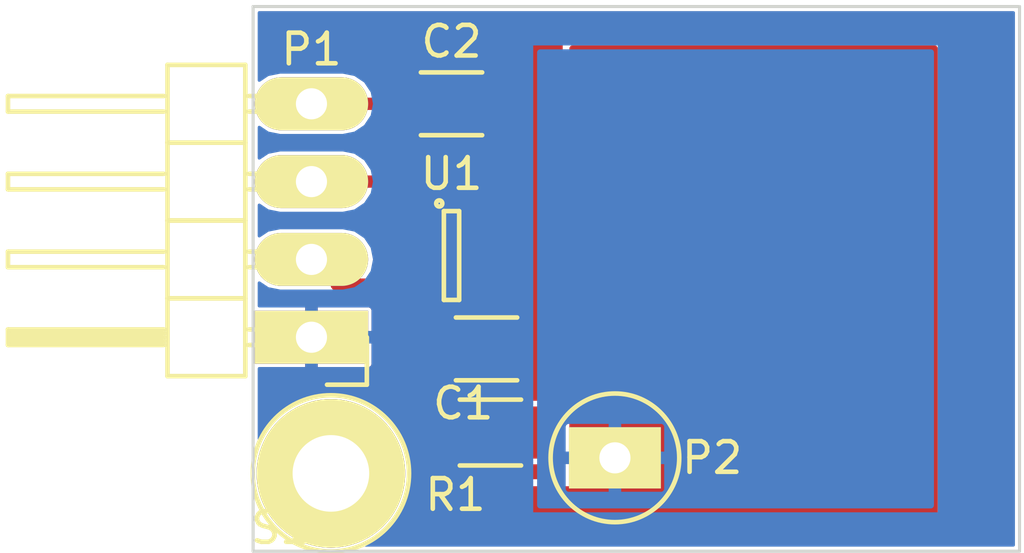
<source format=kicad_pcb>
(kicad_pcb (version 4) (host pcbnew 4.0.2+dfsg1-stable)

  (general
    (links 11)
    (no_connects 0)
    (area 20.192999 19.91 53.742822 38.305001)
    (thickness 0.8)
    (drawings 4)
    (tracks 16)
    (zones 0)
    (modules 7)
    (nets 7)
  )

  (page A4)
  (title_block
    (title "Capasitive sensor for fpga")
    (date 2017-01-21)
    (rev 0,1)
    (company Holotronic)
  )

  (layers
    (0 F.Cu signal)
    (31 B.Cu signal hide)
    (32 B.Adhes user)
    (33 F.Adhes user)
    (34 B.Paste user)
    (35 F.Paste user)
    (36 B.SilkS user)
    (37 F.SilkS user)
    (38 B.Mask user)
    (39 F.Mask user)
    (40 Dwgs.User user)
    (41 Cmts.User user)
    (42 Eco1.User user)
    (43 Eco2.User user)
    (44 Edge.Cuts user)
    (45 Margin user)
    (46 B.CrtYd user)
    (47 F.CrtYd user)
    (48 B.Fab user)
    (49 F.Fab user)
  )

  (setup
    (last_trace_width 0.35)
    (trace_clearance 0.12)
    (zone_clearance 0.18)
    (zone_45_only no)
    (trace_min 0.35)
    (segment_width 0.2)
    (edge_width 0.1)
    (via_size 0.6)
    (via_drill 0.4)
    (via_min_size 0.4)
    (via_min_drill 0.3)
    (uvia_size 0.3)
    (uvia_drill 0.1)
    (uvias_allowed no)
    (uvia_min_size 0.2)
    (uvia_min_drill 0.1)
    (pcb_text_width 0.3)
    (pcb_text_size 1.5 1.5)
    (mod_edge_width 0.15)
    (mod_text_size 1 1)
    (mod_text_width 0.15)
    (pad_size 4.85 4.85)
    (pad_drill 2.5)
    (pad_to_mask_clearance 0)
    (aux_axis_origin 28.575 38.1)
    (grid_origin 28.575 38.1)
    (visible_elements FFFFFFFF)
    (pcbplotparams
      (layerselection 0x01000_80000001)
      (usegerberextensions false)
      (excludeedgelayer true)
      (linewidth 0.100000)
      (plotframeref false)
      (viasonmask false)
      (mode 1)
      (useauxorigin true)
      (hpglpennumber 1)
      (hpglpenspeed 20)
      (hpglpendiameter 15)
      (hpglpenoverlay 2)
      (psnegative false)
      (psa4output false)
      (plotreference false)
      (plotvalue false)
      (plotinvisibletext false)
      (padsonsilk false)
      (subtractmaskfromsilk false)
      (outputformat 1)
      (mirror false)
      (drillshape 0)
      (scaleselection 1)
      (outputdirectory gerbers4/))
  )

  (net 0 "")
  (net 1 "Net-(C1-Pad1)")
  (net 2 GND)
  (net 3 VCC)
  (net 4 "Net-(P1-Pad2)")
  (net 5 "Net-(P1-Pad3)")
  (net 6 "Net-(R1-Pad2)")

  (net_class Default "This is the default net class."
    (clearance 0.12)
    (trace_width 0.35)
    (via_dia 0.6)
    (via_drill 0.4)
    (uvia_dia 0.3)
    (uvia_drill 0.1)
    (add_net GND)
    (add_net "Net-(C1-Pad1)")
    (add_net "Net-(P1-Pad2)")
    (add_net "Net-(P1-Pad3)")
    (add_net "Net-(R1-Pad2)")
    (add_net VCC)
  )

  (module Capacitors_SMD:C_1206 (layer F.Cu) (tedit 58848921) (tstamp 587DB0B4)
    (at 36.195 31.496)
    (descr "Capacitor SMD 1206, reflow soldering, AVX (see smccp.pdf)")
    (tags "capacitor 1206")
    (path /587DABD1)
    (attr smd)
    (fp_text reference C1 (at -0.762 1.778) (layer F.SilkS)
      (effects (font (size 1 1) (thickness 0.15)))
    )
    (fp_text value 10p (at -3.175 1.778) (layer F.Fab)
      (effects (font (size 1 1) (thickness 0.15)))
    )
    (fp_line (start -2.3 -1.15) (end 2.3 -1.15) (layer F.CrtYd) (width 0.05))
    (fp_line (start -2.3 1.15) (end 2.3 1.15) (layer F.CrtYd) (width 0.05))
    (fp_line (start -2.3 -1.15) (end -2.3 1.15) (layer F.CrtYd) (width 0.05))
    (fp_line (start 2.3 -1.15) (end 2.3 1.15) (layer F.CrtYd) (width 0.05))
    (fp_line (start 1 -1.025) (end -1 -1.025) (layer F.SilkS) (width 0.15))
    (fp_line (start -1 1.025) (end 1 1.025) (layer F.SilkS) (width 0.15))
    (pad 1 smd rect (at -1.5 0) (size 1 1.6) (layers F.Cu F.Paste F.Mask)
      (net 1 "Net-(C1-Pad1)"))
    (pad 2 smd rect (at 1.5 0) (size 1 1.6) (layers F.Cu F.Paste F.Mask)
      (net 2 GND))
    (model Capacitors_SMD.3dshapes/C_1206.wrl
      (at (xyz 0 0 0))
      (scale (xyz 1 1 1))
      (rotate (xyz 0 0 0))
    )
  )

  (module Capacitors_SMD:C_1206 (layer F.Cu) (tedit 58848908) (tstamp 587DB0BA)
    (at 35.052 23.495)
    (descr "Capacitor SMD 1206, reflow soldering, AVX (see smccp.pdf)")
    (tags "capacitor 1206")
    (path /587D87A0)
    (attr smd)
    (fp_text reference C2 (at 0 -2.032) (layer F.SilkS)
      (effects (font (size 1 1) (thickness 0.15)))
    )
    (fp_text value 0.1u (at 2.794 -2.032) (layer F.Fab)
      (effects (font (size 1 1) (thickness 0.15)))
    )
    (fp_line (start -2.3 -1.15) (end 2.3 -1.15) (layer F.CrtYd) (width 0.05))
    (fp_line (start -2.3 1.15) (end 2.3 1.15) (layer F.CrtYd) (width 0.05))
    (fp_line (start -2.3 -1.15) (end -2.3 1.15) (layer F.CrtYd) (width 0.05))
    (fp_line (start 2.3 -1.15) (end 2.3 1.15) (layer F.CrtYd) (width 0.05))
    (fp_line (start 1 -1.025) (end -1 -1.025) (layer F.SilkS) (width 0.15))
    (fp_line (start -1 1.025) (end 1 1.025) (layer F.SilkS) (width 0.15))
    (pad 1 smd rect (at -1.5 0) (size 1 1.6) (layers F.Cu F.Paste F.Mask)
      (net 3 VCC))
    (pad 2 smd rect (at 1.5 0) (size 1 1.6) (layers F.Cu F.Paste F.Mask)
      (net 2 GND))
    (model Capacitors_SMD.3dshapes/C_1206.wrl
      (at (xyz 0 0 0))
      (scale (xyz 1 1 1))
      (rotate (xyz 0 0 0))
    )
  )

  (module Resistors_SMD:R_1206 (layer F.Cu) (tedit 58848944) (tstamp 587DB0CD)
    (at 36.322 34.2265)
    (descr "Resistor SMD 1206, reflow soldering, Vishay (see dcrcw.pdf)")
    (tags "resistor 1206")
    (path /587DAB17)
    (attr smd)
    (fp_text reference R1 (at -1.143 2.032) (layer F.SilkS)
      (effects (font (size 1 1) (thickness 0.15)))
    )
    (fp_text value 2k (at 1.016 2.032) (layer F.Fab)
      (effects (font (size 1 1) (thickness 0.15)))
    )
    (fp_line (start -2.2 -1.2) (end 2.2 -1.2) (layer F.CrtYd) (width 0.05))
    (fp_line (start -2.2 1.2) (end 2.2 1.2) (layer F.CrtYd) (width 0.05))
    (fp_line (start -2.2 -1.2) (end -2.2 1.2) (layer F.CrtYd) (width 0.05))
    (fp_line (start 2.2 -1.2) (end 2.2 1.2) (layer F.CrtYd) (width 0.05))
    (fp_line (start 1 1.075) (end -1 1.075) (layer F.SilkS) (width 0.15))
    (fp_line (start -1 -1.075) (end 1 -1.075) (layer F.SilkS) (width 0.15))
    (pad 1 smd rect (at -1.45 0) (size 0.9 1.7) (layers F.Cu F.Paste F.Mask)
      (net 1 "Net-(C1-Pad1)"))
    (pad 2 smd rect (at 1.45 0) (size 0.9 1.7) (layers F.Cu F.Paste F.Mask)
      (net 6 "Net-(R1-Pad2)"))
    (model Resistors_SMD.3dshapes/R_1206.wrl
      (at (xyz 0 0 0))
      (scale (xyz 1 1 1))
      (rotate (xyz 0 0 0))
    )
  )

  (module TO_SOT_Packages_SMD:SOT-23-6 (layer F.Cu) (tedit 58836FBC) (tstamp 587DB167)
    (at 35.052 28.448)
    (descr "6-pin SOT-23 package")
    (tags SOT-23-6)
    (path /587D8557)
    (attr smd)
    (fp_text reference U1 (at 0 -2.667) (layer F.SilkS)
      (effects (font (size 1 1) (thickness 0.15)))
    )
    (fp_text value 74LVC2G17 (at 1.524 -1.524 180) (layer F.Fab)
      (effects (font (size 1 1) (thickness 0.15)))
    )
    (fp_circle (center -0.4 -1.7) (end -0.3 -1.7) (layer F.SilkS) (width 0.15))
    (fp_line (start 0.25 -1.45) (end -0.25 -1.45) (layer F.SilkS) (width 0.15))
    (fp_line (start 0.25 1.45) (end 0.25 -1.45) (layer F.SilkS) (width 0.15))
    (fp_line (start -0.25 1.45) (end 0.25 1.45) (layer F.SilkS) (width 0.15))
    (fp_line (start -0.25 -1.45) (end -0.25 1.45) (layer F.SilkS) (width 0.15))
    (pad 1 smd rect (at -1.1 -0.95) (size 1.06 0.65) (layers F.Cu F.Paste F.Mask)
      (net 1 "Net-(C1-Pad1)"))
    (pad 2 smd rect (at -1.1 0) (size 1.06 0.65) (layers F.Cu F.Paste F.Mask)
      (net 2 GND))
    (pad 3 smd rect (at -1.1 0.95) (size 1.06 0.65) (layers F.Cu F.Paste F.Mask)
      (net 4 "Net-(P1-Pad2)"))
    (pad 4 smd rect (at 1.1 0.95) (size 1.06 0.65) (layers F.Cu F.Paste F.Mask)
      (net 6 "Net-(R1-Pad2)"))
    (pad 6 smd rect (at 1.1 -0.95) (size 1.06 0.65) (layers F.Cu F.Paste F.Mask)
      (net 5 "Net-(P1-Pad3)"))
    (pad 5 smd rect (at 1.1 0) (size 1.06 0.65) (layers F.Cu F.Paste F.Mask)
      (net 3 VCC))
    (model TO_SOT_Packages_SMD.3dshapes/SOT-23-6.wrl
      (at (xyz 0 0 0))
      (scale (xyz 1 1 1))
      (rotate (xyz 0 0 0))
    )
  )

  (module Fuses:1pin_pad_s (layer F.Cu) (tedit 588488F2) (tstamp 587DEA43)
    (at 40.386 35.052)
    (descr "module 1 pin (ou trou mecanique de percage)")
    (tags DEV)
    (path /587DAB5C)
    (fp_text reference P2 (at 3.175 0) (layer F.SilkS)
      (effects (font (size 1 1) (thickness 0.15)))
    )
    (fp_text value Sense_Pad (at 5.08 -2.794) (layer F.Fab)
      (effects (font (size 1 1) (thickness 0.15)))
    )
    (fp_circle (center 0 0) (end 0 -2.1) (layer F.SilkS) (width 0.15))
    (pad 1 thru_hole rect (at 0 0) (size 3 2) (drill 1.016) (layers *.Cu *.Mask F.SilkS)
      (net 1 "Net-(C1-Pad1)"))
  )

  (module touch:Pin_Header_Angled_1x04_L (layer F.Cu) (tedit 58848884) (tstamp 58844E44)
    (at 30.48 31.115 180)
    (descr "Through hole pin header")
    (tags "pin header")
    (path /587DACE7)
    (fp_text reference P1 (at 0 9.398 180) (layer F.SilkS)
      (effects (font (size 1 1) (thickness 0.15)))
    )
    (fp_text value CONN_01X04 (at 4.064 10.16 180) (layer F.Fab)
      (effects (font (size 1 1) (thickness 0.15)))
    )
    (fp_line (start -2.008 -1.75) (end -2.008 9.4) (layer F.CrtYd) (width 0.05))
    (fp_line (start 10.142 -1.75) (end 10.142 9.4) (layer F.CrtYd) (width 0.05))
    (fp_line (start -2.008 -1.75) (end 10.142 -1.75) (layer F.CrtYd) (width 0.05))
    (fp_line (start -2.008 9.4) (end 10.142 9.4) (layer F.CrtYd) (width 0.05))
    (fp_line (start -1.808 -1.55) (end -1.808 0) (layer F.SilkS) (width 0.15))
    (fp_line (start -0.508 -1.55) (end -1.808 -1.55) (layer F.SilkS) (width 0.15))
    (fp_line (start 4.826 -0.127) (end 9.779 -0.127) (layer F.SilkS) (width 0.15))
    (fp_line (start 9.779 -0.127) (end 9.779 0.127) (layer F.SilkS) (width 0.15))
    (fp_line (start 9.779 0.127) (end 4.826 0.127) (layer F.SilkS) (width 0.15))
    (fp_line (start 4.826 0) (end 9.779 0) (layer F.SilkS) (width 0.15))
    (fp_line (start 2.032 -0.254) (end 1.651 -0.254) (layer F.SilkS) (width 0.15))
    (fp_line (start 2.032 0.254) (end 1.651 0.254) (layer F.SilkS) (width 0.15))
    (fp_line (start 2.032 2.286) (end 1.651 2.286) (layer F.SilkS) (width 0.15))
    (fp_line (start 2.032 2.794) (end 1.651 2.794) (layer F.SilkS) (width 0.15))
    (fp_line (start 2.032 4.826) (end 1.651 4.826) (layer F.SilkS) (width 0.15))
    (fp_line (start 2.032 5.334) (end 1.651 5.334) (layer F.SilkS) (width 0.15))
    (fp_line (start 2.032 7.874) (end 1.651 7.874) (layer F.SilkS) (width 0.15))
    (fp_line (start 2.032 7.366) (end 1.651 7.366) (layer F.SilkS) (width 0.15))
    (fp_line (start 2.159 -1.27) (end 4.699 -1.27) (layer F.SilkS) (width 0.15))
    (fp_line (start 2.159 1.27) (end 4.699 1.27) (layer F.SilkS) (width 0.15))
    (fp_line (start 2.159 1.27) (end 2.159 3.81) (layer F.SilkS) (width 0.15))
    (fp_line (start 2.159 3.81) (end 4.699 3.81) (layer F.SilkS) (width 0.15))
    (fp_line (start 4.826 2.286) (end 9.906 2.286) (layer F.SilkS) (width 0.15))
    (fp_line (start 9.906 2.286) (end 9.906 2.794) (layer F.SilkS) (width 0.15))
    (fp_line (start 9.906 2.794) (end 4.826 2.794) (layer F.SilkS) (width 0.15))
    (fp_line (start 4.699 3.81) (end 4.699 1.27) (layer F.SilkS) (width 0.15))
    (fp_line (start 4.699 1.27) (end 4.699 -1.27) (layer F.SilkS) (width 0.15))
    (fp_line (start 9.906 0.254) (end 4.826 0.254) (layer F.SilkS) (width 0.15))
    (fp_line (start 9.906 -0.254) (end 9.906 0.254) (layer F.SilkS) (width 0.15))
    (fp_line (start 4.826 -0.254) (end 9.906 -0.254) (layer F.SilkS) (width 0.15))
    (fp_line (start 2.159 1.27) (end 4.699 1.27) (layer F.SilkS) (width 0.15))
    (fp_line (start 2.159 -1.27) (end 2.159 1.27) (layer F.SilkS) (width 0.15))
    (fp_line (start 2.159 6.35) (end 4.699 6.35) (layer F.SilkS) (width 0.15))
    (fp_line (start 2.159 6.35) (end 2.159 8.89) (layer F.SilkS) (width 0.15))
    (fp_line (start 2.159 8.89) (end 4.699 8.89) (layer F.SilkS) (width 0.15))
    (fp_line (start 4.826 7.366) (end 9.906 7.366) (layer F.SilkS) (width 0.15))
    (fp_line (start 9.906 7.366) (end 9.906 7.874) (layer F.SilkS) (width 0.15))
    (fp_line (start 9.906 7.874) (end 4.826 7.874) (layer F.SilkS) (width 0.15))
    (fp_line (start 4.699 8.89) (end 4.699 6.35) (layer F.SilkS) (width 0.15))
    (fp_line (start 4.699 6.35) (end 4.699 3.81) (layer F.SilkS) (width 0.15))
    (fp_line (start 9.906 5.334) (end 4.826 5.334) (layer F.SilkS) (width 0.15))
    (fp_line (start 9.906 4.826) (end 9.906 5.334) (layer F.SilkS) (width 0.15))
    (fp_line (start 4.826 4.826) (end 9.906 4.826) (layer F.SilkS) (width 0.15))
    (fp_line (start 2.159 6.35) (end 4.699 6.35) (layer F.SilkS) (width 0.15))
    (fp_line (start 2.159 3.81) (end 2.159 6.35) (layer F.SilkS) (width 0.15))
    (fp_line (start 2.159 3.81) (end 4.699 3.81) (layer F.SilkS) (width 0.15))
    (pad 1 thru_hole rect (at 0 0 180) (size 3.7 1.7272) (drill 1.016) (layers *.Cu *.Mask F.SilkS)
      (net 2 GND))
    (pad 2 thru_hole oval (at 0 2.54 180) (size 3.7 1.7272) (drill 1.016) (layers *.Cu *.Mask F.SilkS)
      (net 4 "Net-(P1-Pad2)"))
    (pad 3 thru_hole oval (at 0 5.08 180) (size 3.7 1.7272) (drill 1.016) (layers *.Cu *.Mask F.SilkS)
      (net 5 "Net-(P1-Pad3)"))
    (pad 4 thru_hole oval (at 0 7.62 180) (size 3.7 1.7272) (drill 1.016) (layers *.Cu *.Mask F.SilkS)
      (net 3 VCC))
    (model Pin_Headers.3dshapes/Pin_Header_Angled_1x04.wrl
      (at (xyz 0 -0.15 0))
      (scale (xyz 1 1 1))
      (rotate (xyz 0 0 90))
    )
  )

  (module touch:Screw_2.5mm (layer F.Cu) (tedit 58848965) (tstamp 58897DE0)
    (at 31.115 35.56)
    (descr "module 1 pin (ou trou mecanique de percage)")
    (tags DEV)
    (path /587DAB5C)
    (fp_text reference S1 (at -1.651 1.778) (layer F.SilkS)
      (effects (font (size 1 1) (thickness 0.15)))
    )
    (fp_text value Screw (at 0 -3.175) (layer F.Fab)
      (effects (font (size 1 1) (thickness 0.15)))
    )
    (fp_line (start 1 0) (end -1 0) (layer F.SilkS) (width 0.15))
    (fp_line (start 0 -1) (end 0 1) (layer F.SilkS) (width 0.15))
    (fp_circle (center 0 0) (end 0 -2.55) (layer F.SilkS) (width 0.15))
    (pad 1 thru_hole circle (at 0 0) (size 4.85 4.85) (drill 2.5) (layers *.Cu *.Mask F.SilkS))
  )

  (gr_line (start 53.594 20.32) (end 28.575 20.32) (angle 90) (layer Edge.Cuts) (width 0.1))
  (gr_line (start 53.594 38.1) (end 53.594 20.32) (angle 90) (layer Edge.Cuts) (width 0.1))
  (gr_line (start 28.575 38.1) (end 53.594 38.1) (angle 90) (layer Edge.Cuts) (width 0.1))
  (gr_line (start 28.575 20.32) (end 28.575 38.1) (angle 90) (layer Edge.Cuts) (width 0.1))

  (segment (start 34.872 33.8745) (end 34.695 31.496) (width 0.4) (layer F.Cu) (net 1) (tstamp 587DC15F) (status 10))
  (segment (start 33.952 27.498) (end 34.8132 27.498) (width 0.35) (layer F.Cu) (net 1))
  (segment (start 35.32378 30.206498) (end 34.695 31.496) (width 0.35) (layer F.Cu) (net 1) (tstamp 587DB815) (status 20))
  (segment (start 35.32378 27.9781) (end 35.32378 30.206498) (width 0.35) (layer F.Cu) (net 1) (tstamp 587DB808))
  (segment (start 34.8132 27.498) (end 35.32378 27.9781) (width 0.35) (layer F.Cu) (net 1) (tstamp 587DB800))
  (segment (start 36.152 28.448) (end 37.084 28.448) (width 0.4) (layer F.Cu) (net 3))
  (segment (start 37.3126 26.1126) (end 33.552 23.495) (width 0.4) (layer F.Cu) (net 3) (tstamp 587DB7AA) (status 20))
  (segment (start 37.3126 28.2194) (end 37.3126 26.1126) (width 0.4) (layer F.Cu) (net 3) (tstamp 587DB7A3))
  (segment (start 37.084 28.448) (end 37.3126 28.2194) (width 0.4) (layer F.Cu) (net 3) (tstamp 587DB796))
  (segment (start 33.552 23.495) (end 30.48 23.495) (width 0.4) (layer F.Cu) (net 3) (status 10))
  (segment (start 31.303 29.398) (end 33.952 29.398) (width 0.4) (layer F.Cu) (net 4) (tstamp 587DB768))
  (segment (start 34.689 26.035) (end 30.48 26.035) (width 0.4) (layer F.Cu) (net 5) (tstamp 587DB782))
  (segment (start 36.152 27.498) (end 34.689 26.035) (width 0.4) (layer F.Cu) (net 5))
  (segment (start 37.719 34.2265) (end 35.941 32.893) (width 0.4) (layer F.Cu) (net 6) (tstamp 58887468) (status 10))
  (segment (start 35.941 32.893) (end 35.941 29.609) (width 0.4) (layer F.Cu) (net 6) (tstamp 5888746F))
  (segment (start 35.941 29.609) (end 36.152 29.398) (width 0.4) (layer F.Cu) (net 6) (tstamp 58887477))

  (zone (net 2) (net_name GND) (layer B.Cu) (tstamp 587DD60E) (hatch edge 0.508)
    (connect_pads (clearance 0.1))
    (min_thickness 0.1)
    (fill yes (arc_segments 16) (thermal_gap 0.108) (thermal_bridge_width 0.408))
    (polygon
      (pts
        (xy 53.721 38.1) (xy 28.575 38.1) (xy 28.575 20.32) (xy 53.721 20.32) (xy 53.721 38.1)
      )
    )
    (polygon
      (pts        (xy 37.719 21.59) (xy 37.719 36.83) (xy 50.927 36.83) (xy 50.927 21.59) (xy 37.719 21.59)
      )
    )
    (filled_polygon
      (pts
        (xy 53.394 37.9) (xy 32.247148 37.9) (xy 32.583029 37.761217) (xy 33.313651 37.031869) (xy 33.709549 36.078442)
        (xy 33.710449 35.046087) (xy 33.316217 34.091971) (xy 32.586869 33.361349) (xy 31.633442 32.965451) (xy 30.601087 32.964551)
        (xy 29.646971 33.358783) (xy 28.916349 34.088131) (xy 28.775 34.428537) (xy 28.775 32.1366) (xy 30.2865 32.1366)
        (xy 30.326 32.0971) (xy 30.326 31.269) (xy 30.634 31.269) (xy 30.634 32.0971) (xy 30.6735 32.1366)
        (xy 32.361428 32.1366) (xy 32.4195 32.112546) (xy 32.463946 32.0681) (xy 32.488 32.010028) (xy 32.488 31.3085)
        (xy 32.4485 31.269) (xy 30.634 31.269) (xy 30.326 31.269) (xy 30.306 31.269) (xy 30.306 30.961)
        (xy 30.326 30.961) (xy 30.326 30.1329) (xy 30.634 30.1329) (xy 30.634 30.961) (xy 32.4485 30.961)
        (xy 32.488 30.9215) (xy 32.488 30.219972) (xy 32.463946 30.1619) (xy 32.4195 30.117454) (xy 32.361428 30.0934)
        (xy 30.6735 30.0934) (xy 30.634 30.1329) (xy 30.326 30.1329) (xy 30.2865 30.0934) (xy 28.775 30.0934)
        (xy 28.775 29.340504) (xy 29.058484 29.529922) (xy 29.454026 29.6086) (xy 31.505974 29.6086) (xy 31.901516 29.529922)
        (xy 32.23684 29.305866) (xy 32.460896 28.970542) (xy 32.539574 28.575) (xy 32.460896 28.179458) (xy 32.23684 27.844134)
        (xy 31.901516 27.620078) (xy 31.505974 27.5414) (xy 29.454026 27.5414) (xy 29.058484 27.620078) (xy 28.775 27.809496)
        (xy 28.775 26.800504) (xy 29.058484 26.989922) (xy 29.454026 27.0686) (xy 31.505974 27.0686) (xy 31.901516 26.989922)
        (xy 32.23684 26.765866) (xy 32.460896 26.430542) (xy 32.539574 26.035) (xy 32.460896 25.639458) (xy 32.23684 25.304134)
        (xy 31.901516 25.080078) (xy 31.505974 25.0014) (xy 29.454026 25.0014) (xy 29.058484 25.080078) (xy 28.775 25.269496)
        (xy 28.775 24.260504) (xy 29.058484 24.449922) (xy 29.454026 24.5286) (xy 31.505974 24.5286) (xy 31.901516 24.449922)
        (xy 32.23684 24.225866) (xy 32.460896 23.890542) (xy 32.539574 23.495) (xy 32.460896 23.099458) (xy 32.23684 22.764134)
        (xy 31.901516 22.540078) (xy 31.505974 22.4614) (xy 29.454026 22.4614) (xy 29.058484 22.540078) (xy 28.775 22.729496)
        (xy 28.775 21.59) (xy 37.669 21.59) (xy 37.669 36.83) (xy 37.672939 36.849453) (xy 37.684136 36.86584)
        (xy 37.700827 36.876581) (xy 37.719 36.88) (xy 50.927 36.88) (xy 50.946453 36.876061) (xy 50.96284 36.864864)
        (xy 50.973581 36.848173) (xy 50.977 36.83) (xy 50.977 21.59) (xy 50.973061 21.570547) (xy 50.961864 21.55416)
        (xy 50.945173 21.543419) (xy 50.927 21.54) (xy 37.719 21.54) (xy 37.699547 21.543939) (xy 37.68316 21.555136)
        (xy 37.672419 21.571827) (xy 37.669 21.59) (xy 28.775 21.59) (xy 28.775 20.52) (xy 53.394 20.52)
      )
    )
  )
  (zone (net 1) (net_name "Net-(C1-Pad1)") (layer F.Cu) (tstamp 587DDDFD) (hatch edge 0.508)
    (connect_pads yes (clearance 0.1))
    (min_thickness 0.2)
    (fill yes (arc_segments 16) (thermal_gap 0.108) (thermal_bridge_width 0.408))
    (polygon
      (pts
        (xy 50.927 36.957) (xy 34.4805 36.957) (xy 34.4805 34.036) (xy 35.2425 34.036) (xy 35.2425 35.9791)
        (xy 38.89756 35.9791) (xy 38.89756 21.59) (xy 50.927 21.59)
      )
    )
    (filled_polygon
      (pts
        (xy 50.827 36.857) (xy 34.5805 36.857) (xy 34.5805 34.136) (xy 35.1425 34.136) (xy 35.1425 35.9791)
        (xy 35.150379 36.018006) (xy 35.172773 36.050781) (xy 35.206154 36.072261) (xy 35.2425 36.0791) (xy 38.89756 36.0791)
        (xy 38.936466 36.071221) (xy 38.969241 36.048827) (xy 38.990721 36.015446) (xy 38.99756 35.9791) (xy 38.99756 21.69)
        (xy 50.827 21.69)
      )
    )
  )
  (zone (net 2) (net_name GND) (layer F.Cu) (tstamp 587DDEA0) (hatch edge 0.508)
    (connect_pads (clearance 0.18))
    (min_thickness 0.27)
    (fill yes (arc_segments 16) (thermal_gap 0.108) (thermal_bridge_width 0.408))
    (polygon
      (pts
        (xy 53.742821 37.489003) (xy 53.721 38.1) (xy 28.575 38.1) (xy 28.575 32.479855) (xy 29.337 32.468995)
        (xy 29.337 20.32) (xy 53.721 20.32) (xy 53.742821 37.489003)
      )
    )
    (polygon
      (pts        (xy 38.68166 21.336) (xy 38.68166 35.7505) (xy 35.4965 35.7505) (xy 35.4965 33.782) (xy 34.2265 33.782)
        (xy 34.2265 37.211) (xy 51.181 37.211) (xy 51.181 21.336) (xy 38.68166 21.336)
      )
    )
    (polygon
      (pts        (xy 34.58407 30.900128) (xy 37.465 30.875494) (xy 37.465 30.86961) (xy 34.58407 30.900128)
      )
    )
    (filled_polygon
      (pts
        (xy 53.229 37.735) (xy 32.814533 37.735) (xy 33.436505 37.114112) (xy 33.854524 36.107411) (xy 33.855475 35.017371)
        (xy 33.439214 34.009942) (xy 32.669112 33.238495) (xy 31.662411 32.820476) (xy 30.572371 32.819525) (xy 29.564942 33.235786)
        (xy 28.94 33.859638) (xy 28.94 32.609666) (xy 29.338924 32.603981) (xy 29.391289 32.592598) (xy 29.435101 32.561738)
        (xy 29.463454 32.516265) (xy 29.472 32.468995) (xy 29.472 32.2216) (xy 30.35025 32.2216) (xy 30.411 32.16085)
        (xy 30.411 31.184) (xy 30.549 31.184) (xy 30.549 32.16085) (xy 30.60975 32.2216) (xy 32.378336 32.2216)
        (xy 32.467649 32.184605) (xy 32.536006 32.116248) (xy 32.573 32.026935) (xy 32.573 31.24475) (xy 32.51225 31.184)
        (xy 30.549 31.184) (xy 30.411 31.184) (xy 30.391 31.184) (xy 30.391 31.046) (xy 30.411 31.046)
        (xy 30.411 30.06915) (xy 30.549 30.06915) (xy 30.549 31.046) (xy 32.51225 31.046) (xy 32.573 30.98525)
        (xy 32.573 30.203065) (xy 32.536006 30.113752) (xy 32.467649 30.045395) (xy 32.378336 30.0084) (xy 30.60975 30.0084)
        (xy 30.549 30.06915) (xy 30.411 30.06915) (xy 30.35025 30.0084) (xy 29.472 30.0084) (xy 29.472 29.7536)
        (xy 30.93312 29.7536) (xy 30.93884 29.76216) (xy 31.105918 29.873798) (xy 31.303 29.913) (xy 33.16994 29.913)
        (xy 33.191782 29.946943) (xy 33.297046 30.018867) (xy 33.422 30.044171) (xy 34.482 30.044171) (xy 34.598732 30.022206)
        (xy 34.705943 29.953218) (xy 34.777867 29.847954) (xy 34.803171 29.723) (xy 34.803171 29.073) (xy 34.781206 28.956268)
        (xy 34.713009 28.850286) (xy 34.725 28.821335) (xy 34.725 28.57775) (xy 34.66425 28.517) (xy 34.021 28.517)
        (xy 34.021 28.537) (xy 33.883 28.537) (xy 33.883 28.517) (xy 33.23975 28.517) (xy 33.179 28.57775)
        (xy 33.179 28.821335) (xy 33.191723 28.852052) (xy 33.170577 28.883) (xy 32.62615 28.883) (xy 32.687415 28.575)
        (xy 32.597699 28.123969) (xy 32.342211 27.741604) (xy 31.959846 27.486116) (xy 31.508815 27.3964) (xy 29.472 27.3964)
        (xy 29.472 27.2136) (xy 31.508815 27.2136) (xy 31.959846 27.123884) (xy 32.342211 26.868396) (xy 32.554956 26.55)
        (xy 34.47568 26.55) (xy 34.961157 27.035477) (xy 34.899719 27.02521) (xy 34.8132 27.008) (xy 34.750147 27.008)
        (xy 34.712218 26.949057) (xy 34.606954 26.877133) (xy 34.482 26.851829) (xy 33.422 26.851829) (xy 33.305268 26.873794)
        (xy 33.198057 26.942782) (xy 33.126133 27.048046) (xy 33.100829 27.173) (xy 33.100829 27.823) (xy 33.122794 27.939732)
        (xy 33.190991 28.045714) (xy 33.179 28.074665) (xy 33.179 28.31825) (xy 33.23975 28.379) (xy 33.883 28.379)
        (xy 33.883 28.359) (xy 34.021 28.359) (xy 34.021 28.379) (xy 34.66425 28.379) (xy 34.725 28.31825)
        (xy 34.725 28.087664) (xy 34.83378 28.18995) (xy 34.83378 30.093398) (xy 34.69655 30.374829) (xy 34.195 30.374829)
        (xy 34.078268 30.396794) (xy 33.971057 30.465782) (xy 33.899133 30.571046) (xy 33.873829 30.696) (xy 33.873829 32.296)
        (xy 33.895794 32.412732) (xy 33.964782 32.519943) (xy 34.070046 32.591867) (xy 34.195 32.617171) (xy 34.26201 32.617171)
        (xy 34.296663 33.082831) (xy 34.198057 33.146282) (xy 34.126133 33.251546) (xy 34.100829 33.3765) (xy 34.100829 33.732784)
        (xy 34.100733 33.732933) (xy 34.0915 33.782) (xy 34.0915 37.211) (xy 34.102136 37.263523) (xy 34.132368 37.307769)
        (xy 34.177433 37.336767) (xy 34.2265 37.346) (xy 51.181 37.346) (xy 51.233523 37.335364) (xy 51.277769 37.305132)
        (xy 51.306767 37.260067) (xy 51.316 37.211) (xy 51.316 21.336) (xy 51.305364 21.283477) (xy 51.275132 21.239231)
        (xy 51.230067 21.210233) (xy 51.181 21.201) (xy 38.68166 21.201) (xy 38.629137 21.211636) (xy 38.584891 21.241868)
        (xy 38.555893 21.286933) (xy 38.54666 21.336) (xy 38.54666 35.6155) (xy 35.6315 35.6155) (xy 35.6315 35.134133)
        (xy 35.643171 35.0765) (xy 35.643171 33.3765) (xy 35.629111 33.301778) (xy 35.632 33.305) (xy 37.000829 34.331622)
        (xy 37.000829 35.0765) (xy 37.022794 35.193232) (xy 37.091782 35.300443) (xy 37.197046 35.372367) (xy 37.322 35.397671)
        (xy 38.222 35.397671) (xy 38.338732 35.375706) (xy 38.445943 35.306718) (xy 38.517867 35.201454) (xy 38.543171 35.0765)
        (xy 38.543171 33.3765) (xy 38.521206 33.259768) (xy 38.452218 33.152557) (xy 38.346954 33.080633) (xy 38.222 33.055329)
        (xy 37.322 33.055329) (xy 37.205268 33.077294) (xy 37.11904 33.13278) (xy 36.456 32.6355) (xy 36.456 31.62575)
        (xy 36.952 31.62575) (xy 36.952 32.344335) (xy 36.988994 32.433648) (xy 37.057351 32.502005) (xy 37.146664 32.539)
        (xy 37.56525 32.539) (xy 37.626 32.47825) (xy 37.626 31.565) (xy 37.764 31.565) (xy 37.764 32.47825)
        (xy 37.82475 32.539) (xy 38.243336 32.539) (xy 38.332649 32.502005) (xy 38.401006 32.433648) (xy 38.438 32.344335)
        (xy 38.438 31.62575) (xy 38.37725 31.565) (xy 37.764 31.565) (xy 37.626 31.565) (xy 37.01275 31.565)
        (xy 36.952 31.62575) (xy 36.456 31.62575) (xy 36.456 31.019127) (xy 36.952 31.014885) (xy 36.952 31.36625)
        (xy 37.01275 31.427) (xy 37.626 31.427) (xy 37.626 30.51375) (xy 37.764 30.51375) (xy 37.764 31.427)
        (xy 38.37725 31.427) (xy 38.438 31.36625) (xy 38.438 30.647665) (xy 38.401006 30.558352) (xy 38.332649 30.489995)
        (xy 38.243336 30.453) (xy 37.82475 30.453) (xy 37.764 30.51375) (xy 37.626 30.51375) (xy 37.56525 30.453)
        (xy 37.146664 30.453) (xy 37.057351 30.489995) (xy 36.988994 30.558352) (xy 36.952 30.647665) (xy 36.952 30.740037)
        (xy 36.456 30.745291) (xy 36.456 30.044171) (xy 36.682 30.044171) (xy 36.798732 30.022206) (xy 36.905943 29.953218)
        (xy 36.977867 29.847954) (xy 37.003171 29.723) (xy 37.003171 29.073) (xy 36.982473 28.963) (xy 37.084 28.963)
        (xy 37.281082 28.923798) (xy 37.44816 28.81216) (xy 37.67676 28.58356) (xy 37.788398 28.416482) (xy 37.8276 28.2194)
        (xy 37.8276 26.1126) (xy 37.818652 26.067617) (xy 37.819525 26.021757) (xy 37.799239 25.97002) (xy 37.788398 25.915518)
        (xy 37.762915 25.877381) (xy 37.746173 25.834681) (xy 37.707635 25.794648) (xy 37.67676 25.74844) (xy 37.638622 25.722957)
        (xy 37.606814 25.689915) (xy 34.639877 23.62475) (xy 35.809 23.62475) (xy 35.809 24.343335) (xy 35.845994 24.432648)
        (xy 35.914351 24.501005) (xy 36.003664 24.538) (xy 36.42225 24.538) (xy 36.483 24.47725) (xy 36.483 23.564)
        (xy 36.621 23.564) (xy 36.621 24.47725) (xy 36.68175 24.538) (xy 37.100336 24.538) (xy 37.189649 24.501005)
        (xy 37.258006 24.432648) (xy 37.295 24.343335) (xy 37.295 23.62475) (xy 37.23425 23.564) (xy 36.621 23.564)
        (xy 36.483 23.564) (xy 35.86975 23.564) (xy 35.809 23.62475) (xy 34.639877 23.62475) (xy 34.373171 23.439107)
        (xy 34.373171 22.695) (xy 34.364076 22.646665) (xy 35.809 22.646665) (xy 35.809 23.36525) (xy 35.86975 23.426)
        (xy 36.483 23.426) (xy 36.483 22.51275) (xy 36.621 22.51275) (xy 36.621 23.426) (xy 37.23425 23.426)
        (xy 37.295 23.36525) (xy 37.295 22.646665) (xy 37.258006 22.557352) (xy 37.189649 22.488995) (xy 37.100336 22.452)
        (xy 36.68175 22.452) (xy 36.621 22.51275) (xy 36.483 22.51275) (xy 36.42225 22.452) (xy 36.003664 22.452)
        (xy 35.914351 22.488995) (xy 35.845994 22.557352) (xy 35.809 22.646665) (xy 34.364076 22.646665) (xy 34.351206 22.578268)
        (xy 34.282218 22.471057) (xy 34.176954 22.399133) (xy 34.052 22.373829) (xy 33.052 22.373829) (xy 32.935268 22.395794)
        (xy 32.828057 22.464782) (xy 32.756133 22.570046) (xy 32.730829 22.695) (xy 32.730829 22.98) (xy 32.554956 22.98)
        (xy 32.342211 22.661604) (xy 31.959846 22.406116) (xy 31.508815 22.3164) (xy 29.472 22.3164) (xy 29.472 20.685)
        (xy 53.229 20.685)
      )
    )
  )
  (zone (net 1) (net_name "Net-(C1-Pad1)") (layer B.Cu) (tstamp 58897ED0) (hatch edge 0.508)
    (connect_pads (clearance 0.1))
    (min_thickness 0.2)
    (fill yes (arc_segments 16) (thermal_gap 0.108) (thermal_bridge_width 0.408))
    (polygon
      (pts
        (xy 50.038 36.703) (xy 37.846 36.703) (xy 37.846 21.717) (xy 50.8 21.717) (xy 50.8 36.703)
      )
    )
    (filled_polygon
      (pts
        (xy 50.7 36.603) (xy 37.946 36.603) (xy 37.946 35.208) (xy 38.678 35.208) (xy 38.678 36.093374)
        (xy 38.709666 36.169822) (xy 38.768177 36.228334) (xy 38.844626 36.26) (xy 40.23 36.26) (xy 40.282 36.208)
        (xy 40.282 35.156) (xy 40.49 35.156) (xy 40.49 36.208) (xy 40.542 36.26) (xy 41.927374 36.26)
        (xy 42.003823 36.228334) (xy 42.062334 36.169822) (xy 42.094 36.093374) (xy 42.094 35.208) (xy 42.042 35.156)
        (xy 40.49 35.156) (xy 40.282 35.156) (xy 38.73 35.156) (xy 38.678 35.208) (xy 37.946 35.208)
        (xy 37.946 34.010626) (xy 38.678 34.010626) (xy 38.678 34.896) (xy 38.73 34.948) (xy 40.282 34.948)
        (xy 40.282 33.896) (xy 40.49 33.896) (xy 40.49 34.948) (xy 42.042 34.948) (xy 42.094 34.896)
        (xy 42.094 34.010626) (xy 42.062334 33.934178) (xy 42.003823 33.875666) (xy 41.927374 33.844) (xy 40.542 33.844)
        (xy 40.49 33.896) (xy 40.282 33.896) (xy 40.23 33.844) (xy 38.844626 33.844) (xy 38.768177 33.875666)
        (xy 38.709666 33.934178) (xy 38.678 34.010626) (xy 37.946 34.010626) (xy 37.946 21.817) (xy 50.7 21.817)
      )
    )
  )
)

</source>
